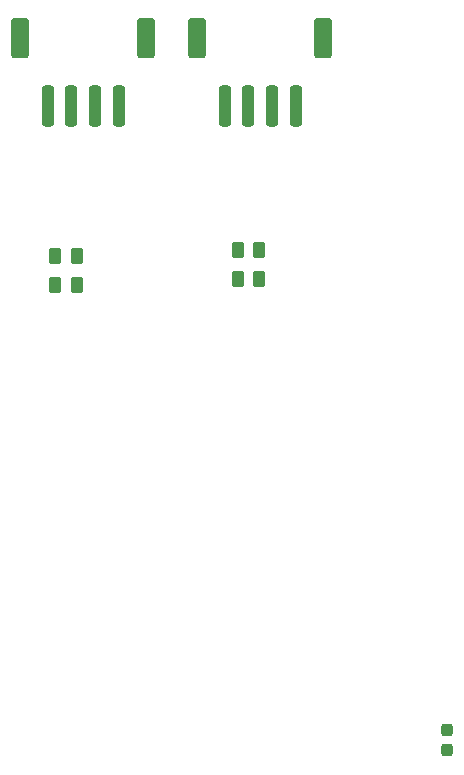
<source format=gbr>
%TF.GenerationSoftware,KiCad,Pcbnew,(6.0.8)*%
%TF.CreationDate,2022-11-01T15:17:05-07:00*%
%TF.ProjectId,RioPicoBridge,52696f50-6963-46f4-9272-696467652e6b,rev?*%
%TF.SameCoordinates,Original*%
%TF.FileFunction,Paste,Top*%
%TF.FilePolarity,Positive*%
%FSLAX46Y46*%
G04 Gerber Fmt 4.6, Leading zero omitted, Abs format (unit mm)*
G04 Created by KiCad (PCBNEW (6.0.8)) date 2022-11-01 15:17:05*
%MOMM*%
%LPD*%
G01*
G04 APERTURE LIST*
G04 Aperture macros list*
%AMRoundRect*
0 Rectangle with rounded corners*
0 $1 Rounding radius*
0 $2 $3 $4 $5 $6 $7 $8 $9 X,Y pos of 4 corners*
0 Add a 4 corners polygon primitive as box body*
4,1,4,$2,$3,$4,$5,$6,$7,$8,$9,$2,$3,0*
0 Add four circle primitives for the rounded corners*
1,1,$1+$1,$2,$3*
1,1,$1+$1,$4,$5*
1,1,$1+$1,$6,$7*
1,1,$1+$1,$8,$9*
0 Add four rect primitives between the rounded corners*
20,1,$1+$1,$2,$3,$4,$5,0*
20,1,$1+$1,$4,$5,$6,$7,0*
20,1,$1+$1,$6,$7,$8,$9,0*
20,1,$1+$1,$8,$9,$2,$3,0*%
G04 Aperture macros list end*
%ADD10RoundRect,0.237500X-0.237500X0.287500X-0.237500X-0.287500X0.237500X-0.287500X0.237500X0.287500X0*%
%ADD11RoundRect,0.250000X-0.262500X-0.450000X0.262500X-0.450000X0.262500X0.450000X-0.262500X0.450000X0*%
%ADD12RoundRect,0.250001X0.499999X1.449999X-0.499999X1.449999X-0.499999X-1.449999X0.499999X-1.449999X0*%
%ADD13RoundRect,0.250000X0.250000X1.500000X-0.250000X1.500000X-0.250000X-1.500000X0.250000X-1.500000X0*%
G04 APERTURE END LIST*
D10*
%TO.C,D1*%
X51850000Y-69625000D03*
X51850000Y-71375000D03*
%TD*%
D11*
%TO.C,R4*%
X34087500Y-31500000D03*
X35912500Y-31500000D03*
%TD*%
%TO.C,R3*%
X34087500Y-29000000D03*
X35912500Y-29000000D03*
%TD*%
%TO.C,R2*%
X18650000Y-29500000D03*
X20475000Y-29500000D03*
%TD*%
%TO.C,R1*%
X18637500Y-32000000D03*
X20462500Y-32000000D03*
%TD*%
D12*
%TO.C,J4*%
X26350000Y-11100000D03*
X15650000Y-11100000D03*
D13*
X18000000Y-16850000D03*
X20000000Y-16850000D03*
X22000000Y-16850000D03*
X24000000Y-16850000D03*
%TD*%
D12*
%TO.C,J3*%
X41350000Y-11100000D03*
X30650000Y-11100000D03*
D13*
X33000000Y-16850000D03*
X35000000Y-16850000D03*
X37000000Y-16850000D03*
X39000000Y-16850000D03*
%TD*%
M02*

</source>
